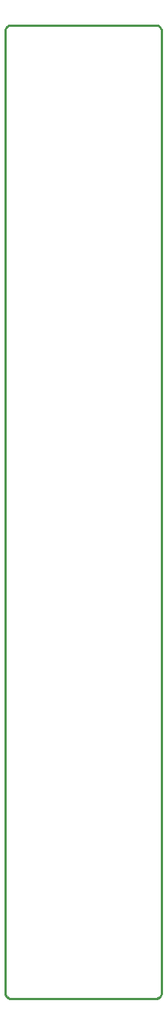
<source format=gko>
G04 EAGLE Gerber RS-274X export*
G75*
%MOMM*%
%FSLAX34Y34*%
%LPD*%
%INBoard Outline*%
%IPPOS*%
%AMOC8*
5,1,8,0,0,1.08239X$1,22.5*%
G01*
%ADD10C,0.000000*%
%ADD11C,0.254000*%


D10*
X184150Y88900D02*
X19050Y88900D01*
X18892Y88902D01*
X18733Y88908D01*
X18575Y88918D01*
X18418Y88932D01*
X18260Y88949D01*
X18104Y88971D01*
X17947Y88996D01*
X17792Y89026D01*
X17637Y89059D01*
X17483Y89096D01*
X17330Y89137D01*
X17178Y89182D01*
X17028Y89231D01*
X16878Y89283D01*
X16730Y89339D01*
X16583Y89399D01*
X16438Y89462D01*
X16295Y89529D01*
X16153Y89599D01*
X16013Y89673D01*
X15875Y89751D01*
X15739Y89832D01*
X15605Y89916D01*
X15473Y90003D01*
X15343Y90094D01*
X15216Y90188D01*
X15091Y90285D01*
X14968Y90386D01*
X14848Y90489D01*
X14731Y90595D01*
X14616Y90704D01*
X14504Y90816D01*
X14395Y90931D01*
X14289Y91048D01*
X14186Y91168D01*
X14085Y91291D01*
X13988Y91416D01*
X13894Y91543D01*
X13803Y91673D01*
X13716Y91805D01*
X13632Y91939D01*
X13551Y92075D01*
X13473Y92213D01*
X13399Y92353D01*
X13329Y92495D01*
X13262Y92638D01*
X13199Y92783D01*
X13139Y92930D01*
X13083Y93078D01*
X13031Y93228D01*
X12982Y93378D01*
X12937Y93530D01*
X12896Y93683D01*
X12859Y93837D01*
X12826Y93992D01*
X12796Y94147D01*
X12771Y94304D01*
X12749Y94460D01*
X12732Y94618D01*
X12718Y94775D01*
X12708Y94933D01*
X12702Y95092D01*
X12700Y95250D01*
X12700Y1187450D01*
X12702Y1187608D01*
X12708Y1187767D01*
X12718Y1187925D01*
X12732Y1188082D01*
X12749Y1188240D01*
X12771Y1188396D01*
X12796Y1188553D01*
X12826Y1188708D01*
X12859Y1188863D01*
X12896Y1189017D01*
X12937Y1189170D01*
X12982Y1189322D01*
X13031Y1189472D01*
X13083Y1189622D01*
X13139Y1189770D01*
X13199Y1189917D01*
X13262Y1190062D01*
X13329Y1190205D01*
X13399Y1190347D01*
X13473Y1190487D01*
X13551Y1190625D01*
X13632Y1190761D01*
X13716Y1190895D01*
X13803Y1191027D01*
X13894Y1191157D01*
X13988Y1191284D01*
X14085Y1191409D01*
X14186Y1191532D01*
X14289Y1191652D01*
X14395Y1191769D01*
X14504Y1191884D01*
X14616Y1191996D01*
X14731Y1192105D01*
X14848Y1192211D01*
X14968Y1192314D01*
X15091Y1192415D01*
X15216Y1192512D01*
X15343Y1192606D01*
X15473Y1192697D01*
X15605Y1192784D01*
X15739Y1192868D01*
X15875Y1192949D01*
X16013Y1193027D01*
X16153Y1193101D01*
X16295Y1193171D01*
X16438Y1193238D01*
X16583Y1193301D01*
X16730Y1193361D01*
X16878Y1193417D01*
X17028Y1193469D01*
X17178Y1193518D01*
X17330Y1193563D01*
X17483Y1193604D01*
X17637Y1193641D01*
X17792Y1193674D01*
X17947Y1193704D01*
X18104Y1193729D01*
X18260Y1193751D01*
X18418Y1193768D01*
X18575Y1193782D01*
X18733Y1193792D01*
X18892Y1193798D01*
X19050Y1193800D01*
X184150Y1193800D01*
X184308Y1193798D01*
X184467Y1193792D01*
X184625Y1193782D01*
X184782Y1193768D01*
X184940Y1193751D01*
X185096Y1193729D01*
X185253Y1193704D01*
X185408Y1193674D01*
X185563Y1193641D01*
X185717Y1193604D01*
X185870Y1193563D01*
X186022Y1193518D01*
X186172Y1193469D01*
X186322Y1193417D01*
X186470Y1193361D01*
X186617Y1193301D01*
X186762Y1193238D01*
X186905Y1193171D01*
X187047Y1193101D01*
X187187Y1193027D01*
X187325Y1192949D01*
X187461Y1192868D01*
X187595Y1192784D01*
X187727Y1192697D01*
X187857Y1192606D01*
X187984Y1192512D01*
X188109Y1192415D01*
X188232Y1192314D01*
X188352Y1192211D01*
X188469Y1192105D01*
X188584Y1191996D01*
X188696Y1191884D01*
X188805Y1191769D01*
X188911Y1191652D01*
X189014Y1191532D01*
X189115Y1191409D01*
X189212Y1191284D01*
X189306Y1191157D01*
X189397Y1191027D01*
X189484Y1190895D01*
X189568Y1190761D01*
X189649Y1190625D01*
X189727Y1190487D01*
X189801Y1190347D01*
X189871Y1190205D01*
X189938Y1190062D01*
X190001Y1189917D01*
X190061Y1189770D01*
X190117Y1189622D01*
X190169Y1189472D01*
X190218Y1189322D01*
X190263Y1189170D01*
X190304Y1189017D01*
X190341Y1188863D01*
X190374Y1188708D01*
X190404Y1188553D01*
X190429Y1188396D01*
X190451Y1188240D01*
X190468Y1188082D01*
X190482Y1187925D01*
X190492Y1187767D01*
X190498Y1187608D01*
X190500Y1187450D01*
X190500Y95250D01*
X190498Y95092D01*
X190492Y94933D01*
X190482Y94775D01*
X190468Y94618D01*
X190451Y94460D01*
X190429Y94304D01*
X190404Y94147D01*
X190374Y93992D01*
X190341Y93837D01*
X190304Y93683D01*
X190263Y93530D01*
X190218Y93378D01*
X190169Y93228D01*
X190117Y93078D01*
X190061Y92930D01*
X190001Y92783D01*
X189938Y92638D01*
X189871Y92495D01*
X189801Y92353D01*
X189727Y92213D01*
X189649Y92075D01*
X189568Y91939D01*
X189484Y91805D01*
X189397Y91673D01*
X189306Y91543D01*
X189212Y91416D01*
X189115Y91291D01*
X189014Y91168D01*
X188911Y91048D01*
X188805Y90931D01*
X188696Y90816D01*
X188584Y90704D01*
X188469Y90595D01*
X188352Y90489D01*
X188232Y90386D01*
X188109Y90285D01*
X187984Y90188D01*
X187857Y90094D01*
X187727Y90003D01*
X187595Y89916D01*
X187461Y89832D01*
X187325Y89751D01*
X187187Y89673D01*
X187047Y89599D01*
X186905Y89529D01*
X186762Y89462D01*
X186617Y89399D01*
X186470Y89339D01*
X186322Y89283D01*
X186172Y89231D01*
X186022Y89182D01*
X185870Y89137D01*
X185717Y89096D01*
X185563Y89059D01*
X185408Y89026D01*
X185253Y88996D01*
X185096Y88971D01*
X184940Y88949D01*
X184782Y88932D01*
X184625Y88918D01*
X184467Y88908D01*
X184308Y88902D01*
X184150Y88900D01*
D11*
X12700Y95250D02*
X12724Y94697D01*
X12796Y94147D01*
X12916Y93607D01*
X13083Y93078D01*
X13295Y92566D01*
X13551Y92075D01*
X13848Y91608D01*
X14186Y91168D01*
X14560Y90760D01*
X14968Y90386D01*
X15408Y90048D01*
X15875Y89751D01*
X16366Y89495D01*
X16878Y89283D01*
X17407Y89116D01*
X17947Y88996D01*
X18497Y88924D01*
X19050Y88900D01*
X184150Y88900D01*
X184703Y88924D01*
X185253Y88996D01*
X185794Y89116D01*
X186322Y89283D01*
X186834Y89495D01*
X187325Y89751D01*
X187792Y90048D01*
X188232Y90386D01*
X188640Y90760D01*
X189014Y91168D01*
X189352Y91608D01*
X189649Y92075D01*
X189905Y92566D01*
X190117Y93078D01*
X190284Y93607D01*
X190404Y94147D01*
X190476Y94697D01*
X190500Y95250D01*
X190500Y1187450D01*
X190476Y1188003D01*
X190404Y1188553D01*
X190284Y1189094D01*
X190117Y1189622D01*
X189905Y1190134D01*
X189649Y1190625D01*
X189352Y1191092D01*
X189014Y1191532D01*
X188640Y1191940D01*
X188232Y1192314D01*
X187792Y1192652D01*
X187325Y1192949D01*
X186834Y1193205D01*
X186322Y1193417D01*
X185794Y1193584D01*
X185253Y1193704D01*
X184703Y1193776D01*
X184150Y1193800D01*
X19050Y1193800D01*
X18497Y1193776D01*
X17947Y1193704D01*
X17407Y1193584D01*
X16878Y1193417D01*
X16366Y1193205D01*
X15875Y1192949D01*
X15408Y1192652D01*
X14968Y1192314D01*
X14560Y1191940D01*
X14186Y1191532D01*
X13848Y1191092D01*
X13551Y1190625D01*
X13295Y1190134D01*
X13083Y1189622D01*
X12916Y1189094D01*
X12796Y1188553D01*
X12724Y1188003D01*
X12700Y1187450D01*
X12700Y95250D01*
M02*

</source>
